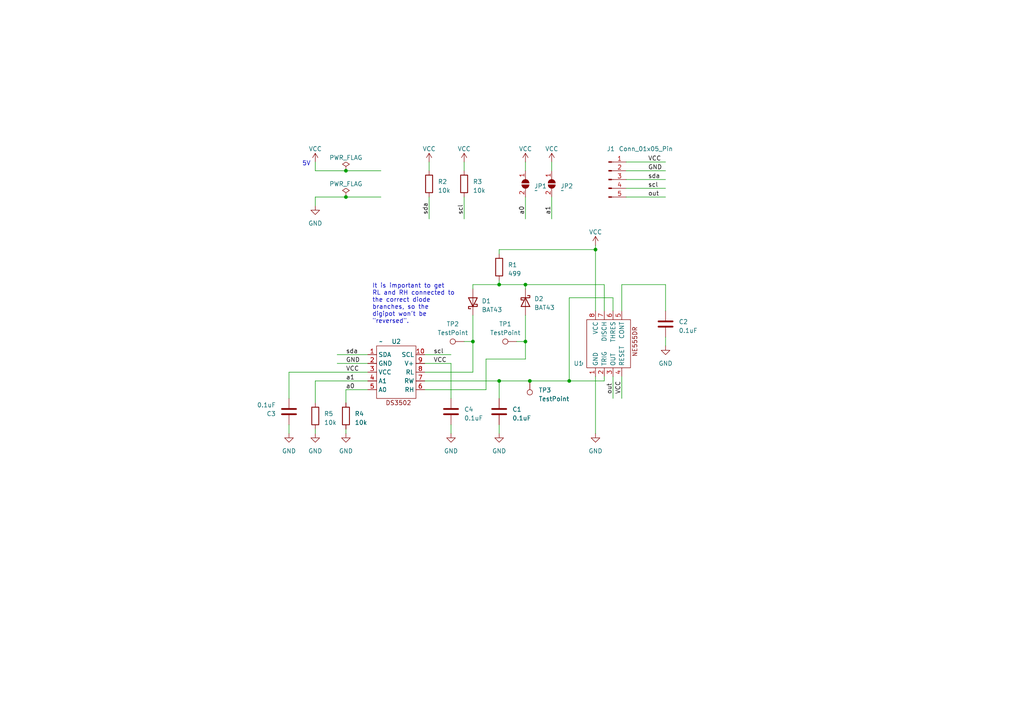
<source format=kicad_sch>
(kicad_sch (version 20230121) (generator eeschema)
  (paper "A4")
  (lib_symbols
    (symbol "Connector:Conn_01x05_Pin" (pin_names (offset 1.016) hide)
      (property "Reference" "J" (at 0 7.62 0))
      (property "Value" "Conn_01x05_Pin" (at 0 -7.62 0))
      (symbol "Conn_01x05_Pin_1_1"
        (polyline (pts (xy 1.27 -5.08) (xy 0.8636 -5.08)) (stroke (width 0.1524)))
        (polyline (pts (xy 1.27 -2.54) (xy 0.8636 -2.54)) (stroke (width 0.1524)))
        (polyline (pts (xy 1.27 0) (xy 0.8636 0)) (stroke (width 0.1524)))
        (polyline (pts (xy 1.27 2.54) (xy 0.8636 2.54)) (stroke (width 0.1524)))
        (polyline (pts (xy 1.27 5.08) (xy 0.8636 5.08)) (stroke (width 0.1524)))
        (rectangle (start 0.8636 -4.953) (end 0 -5.207) (stroke (width 0.1524)) (fill (type outline)))
        (rectangle (start 0.8636 -2.413) (end 0 -2.667) (stroke (width 0.1524)) (fill (type outline)))
        (rectangle (start 0.8636 0.127) (end 0 -0.127) (stroke (width 0.1524)) (fill (type outline)))
        (rectangle (start 0.8636 2.667) (end 0 2.413) (stroke (width 0.1524)) (fill (type outline)))
        (rectangle (start 0.8636 5.207) (end 0 4.953) (stroke (width 0.1524)) (fill (type outline)))
        (pin passive line (at 5.08 5.08 180) (length 3.81) (name "Pin_1") (number "1"))
        (pin passive line (at 5.08 2.54 180) (length 3.81) (name "Pin_2") (number "2"))
        (pin passive line (at 5.08 0 180) (length 3.81) (name "Pin_3") (number "3"))
        (pin passive line (at 5.08 -2.54 180) (length 3.81) (name "Pin_4") (number "4"))
        (pin passive line (at 5.08 -5.08 180) (length 3.81) (name "Pin_5") (number "5"))
      )
    )
    (symbol "Connector:TestPoint" (pin_numbers hide) (pin_names (offset 0.762) hide)
      (property "Reference" "TP" (at 0 6.858 0))
      (property "Value" "TestPoint" (at 0 5.08 0))
      (symbol "TestPoint_0_1"
        (circle (center 0 3.302) (radius 0.762))
      )
      (symbol "TestPoint_1_1"
        (pin passive line (at 0 0 90) (length 2.54) (name "1") (number "1"))
      )
    )
    (symbol "Device:C" (pin_numbers hide) (pin_names (offset 0.254))
      (property "Reference" "C" (at 0.635 2.54 0))
      (property "Value" "C" (at 0.635 -2.54 0))
      (symbol "C_0_1"
        (polyline (pts (xy -2.032 -0.762) (xy 2.032 -0.762)) (stroke (width 0.508)))
        (polyline (pts (xy -2.032 0.762) (xy 2.032 0.762)) (stroke (width 0.508)))
      )
      (symbol "C_1_1"
        (pin passive line (at 0 3.81 270) (length 2.794) (name "~") (number "1"))
        (pin passive line (at 0 -3.81 90) (length 2.794) (name "~") (number "2"))
      )
    )
    (symbol "Device:R" (pin_numbers hide) (pin_names (offset 0))
      (property "Reference" "R" (at 2.032 0 90))
      (property "Value" "R" (at 0 0 90))
      (symbol "R_0_1"
        (rectangle (start -1.016 -2.54) (end 1.016 2.54) (stroke (width 0.254)))
      )
      (symbol "R_1_1"
        (pin passive line (at 0 3.81 270) (length 1.27) (name "~") (number "1"))
        (pin passive line (at 0 -3.81 90) (length 1.27) (name "~") (number "2"))
      )
    )
    (symbol "Diode:BAT43" (pin_numbers hide) (pin_names (offset 1.016) hide)
      (property "Reference" "D" (at 0 2.54 0))
      (property "Value" "BAT43" (at 0 -2.54 0))
      (symbol "BAT43_0_1"
        (polyline (pts (xy 1.27 0) (xy -1.27 0)))
        (polyline (pts (xy 1.27 1.27) (xy 1.27 -1.27) (xy -1.27 0) (xy 1.27 1.27)) (stroke (width 0.254)))
        (polyline (pts (xy -1.905 0.635) (xy -1.905 1.27) (xy -1.27 1.27) (xy -1.27 -1.27) (xy -0.635 -1.27) (xy -0.635 -0.635)) (stroke (width 0.254)))
      )
      (symbol "BAT43_1_1"
        (pin passive line (at -3.81 0 0) (length 2.54) (name "K") (number "1"))
        (pin passive line (at 3.81 0 180) (length 2.54) (name "A") (number "2"))
      )
    )
    (symbol "Jumper:SolderJumper_2_Open" (pin_names (offset 0) hide)
      (property "Reference" "JP" (at 0 2.032 0))
      (property "Value" "SolderJumper_2_Open" (at 0 -2.54 0))
      (symbol "SolderJumper_2_Open_0_1"
        (arc (start -0.254 1.016) (mid -1.2656 0) (end -0.254 -1.016))
        (arc (start -0.254 1.016) (mid -1.2656 0) (end -0.254 -1.016) (fill (type outline)))
        (polyline (pts (xy -0.254 1.016) (xy -0.254 -1.016)))
        (polyline (pts (xy 0.254 1.016) (xy 0.254 -1.016)))
        (arc (start 0.254 -1.016) (mid 1.2656 0) (end 0.254 1.016))
        (arc (start 0.254 -1.016) (mid 1.2656 0) (end 0.254 1.016) (fill (type outline)))
      )
      (symbol "SolderJumper_2_Open_1_1"
        (pin passive line (at -3.81 0 0) (length 2.54) (name "A") (number "1"))
        (pin passive line (at 3.81 0 180) (length 2.54) (name "B") (number "2"))
      )
    )
    (symbol "power:GND" (power) (pin_names (offset 0))
      (property "Value" "GND" (at 0 -3.81 0))
      (symbol "GND_0_1"
        (polyline (pts (xy 0 0) (xy 0 -1.27) (xy 1.27 -1.27) (xy 0 -2.54) (xy -1.27 -1.27) (xy 0 -1.27)))
      )
      (symbol "GND_1_1"
        (pin power_in line (at 0 0 270) (length 0) hide (name "GND") (number "1"))
      )
    )
    (symbol "power:PWR_FLAG" (power) (pin_numbers hide) (pin_names (offset 0) hide)
      (property "Value" "PWR_FLAG" (at 0 3.81 0))
      (symbol "PWR_FLAG_0_0"
        (pin power_out line (at 0 0 90) (length 0) (name "pwr") (number "1"))
      )
      (symbol "PWR_FLAG_0_1"
        (polyline (pts (xy 0 0) (xy 0 1.27) (xy -1.016 1.905) (xy 0 2.54) (xy 1.016 1.905) (xy 0 1.27)))
      )
    )
    (symbol "power:VCC" (power) (pin_names (offset 0))
      (property "Value" "VCC" (at 0 3.81 0))
      (symbol "VCC_0_1"
        (polyline (pts (xy -0.762 1.27) (xy 0 2.54)))
        (polyline (pts (xy 0 0) (xy 0 2.54)))
        (polyline (pts (xy 0 2.54) (xy 0.762 1.27)))
      )
      (symbol "VCC_1_1"
        (pin power_in line (at 0 0 90) (length 0) hide (name "VCC") (number "1"))
      )
    )
    (symbol "project:ds3502"
      (property "Reference" "U" (at 0 0 0))
      (symbol "ds3502_0_1"
        (rectangle (start -1.27 -1.27) (end 10.16 -16.51))
      )
      (symbol "ds3502_1_1"
        (text "DS3502" (at 5.08 -17.78 0) (effects (font (size 1.27 1.27))))
        (pin bidirectional line (at -3.81 -3.81 0) (length 2.54) (name "SDA") (number "1"))
        (pin input line (at 12.7 -3.81 180) (length 2.54) (name "SCL") (number "10"))
        (pin power_in line (at -3.81 -6.35 0) (length 2.54) (name "GND") (number "2"))
        (pin power_in line (at -3.81 -8.89 0) (length 2.54) (name "VCC") (number "3"))
        (pin input line (at -3.81 -11.43 0) (length 2.54) (name "A1") (number "4"))
        (pin input line (at -3.81 -13.97 0) (length 2.54) (name "A0") (number "5"))
        (pin output line (at 12.7 -13.97 180) (length 2.54) (name "RH") (number "6"))
        (pin output line (at 12.7 -11.43 180) (length 2.54) (name "RW") (number "7"))
        (pin output line (at 12.7 -8.89 180) (length 2.54) (name "RL") (number "8"))
        (pin input line (at 12.7 -6.35 180) (length 2.54) (name "V+") (number "9"))
      )
    )
    (symbol "project:ne555dr"
      (property "Reference" "U" (at 0 0 0))
      (symbol "ne555dr_0_1"
        (rectangle (start -1.27 -1.27) (end 12.7 -13.97))
      )
      (symbol "ne555dr_1_1"
        (text "NE555DR\n" (at 6.35 -15.24 0) (effects (font (size 1.27 1.27))))
        (pin power_in line (at -3.81 -3.81 0) (length 2.54) (name "GND") (number "1"))
        (pin input line (at -3.81 -6.35 0) (length 2.54) (name "TRIG") (number "2"))
        (pin output line (at -3.81 -8.89 0) (length 2.54) (name "OUT") (number "3"))
        (pin input line (at -3.81 -11.43 0) (length 2.54) (name "RESET") (number "4"))
        (pin bidirectional line (at 15.24 -11.43 180) (length 2.54) (name "CONT") (number "5"))
        (pin input line (at 15.24 -8.89 180) (length 2.54) (name "THRES") (number "6"))
        (pin output line (at 15.24 -6.35 180) (length 2.54) (name "DISCH") (number "7"))
        (pin power_in line (at 15.24 -3.81 180) (length 2.54) (name "VCC") (number "8"))
      )
    )
  )
  (junction (at 152.4 82.55))
  (junction (at 153.67 110.49))
  (junction (at 152.4 99.06))
  (junction (at 137.16 99.06))
  (junction (at 172.72 72.39))
  (junction (at 144.78 82.55))
  (junction (at 100.33 57.15))
  (junction (at 144.78 110.49))
  (junction (at 165.1 110.49))
  (junction (at 100.33 49.53))
  (wire (pts (xy 177.8 109.22) (xy 177.8 115.57)))
  (wire (pts (xy 193.04 82.55) (xy 193.04 90.17)))
  (wire (pts (xy 100.33 49.53) (xy 110.49 49.53)))
  (wire (pts (xy 123.19 113.03) (xy 140.97 113.03)))
  (wire (pts (xy 134.62 57.15) (xy 134.62 63.5)))
  (wire (pts (xy 177.8 90.17) (xy 177.8 86.36)))
  (wire (pts (xy 152.4 82.55) (xy 144.78 82.55)))
  (wire (pts (xy 152.4 57.15) (xy 152.4 63.5)))
  (wire (pts (xy 181.61 49.53) (xy 193.04 49.53)))
  (wire (pts (xy 165.1 86.36) (xy 165.1 110.49)))
  (wire (pts (xy 144.78 123.19) (xy 144.78 125.73)))
  (wire (pts (xy 144.78 82.55) (xy 137.16 82.55)))
  (wire (pts (xy 152.4 83.82) (xy 152.4 82.55)))
  (wire (pts (xy 123.19 105.41) (xy 130.81 105.41)))
  (wire (pts (xy 193.04 97.79) (xy 193.04 100.33)))
  (wire (pts (xy 100.33 113.03) (xy 100.33 116.84)))
  (wire (pts (xy 130.81 123.19) (xy 130.81 125.73)))
  (wire (pts (xy 137.16 99.06) (xy 137.16 107.95)))
  (wire (pts (xy 91.44 110.49) (xy 91.44 116.84)))
  (wire (pts (xy 160.02 57.15) (xy 160.02 63.5)))
  (wire (pts (xy 83.82 107.95) (xy 106.68 107.95)))
  (wire (pts (xy 152.4 99.06) (xy 152.4 104.14)))
  (wire (pts (xy 180.34 109.22) (xy 180.34 115.57)))
  (wire (pts (xy 165.1 110.49) (xy 153.67 110.49)))
  (wire (pts (xy 181.61 54.61) (xy 193.04 54.61)))
  (wire (pts (xy 123.19 107.95) (xy 137.16 107.95)))
  (wire (pts (xy 180.34 82.55) (xy 193.04 82.55)))
  (wire (pts (xy 181.61 57.15) (xy 193.04 57.15)))
  (wire (pts (xy 91.44 59.69) (xy 91.44 57.15)))
  (wire (pts (xy 144.78 81.28) (xy 144.78 82.55)))
  (wire (pts (xy 134.62 46.99) (xy 134.62 49.53)))
  (wire (pts (xy 177.8 86.36) (xy 165.1 86.36)))
  (wire (pts (xy 175.26 82.55) (xy 152.4 82.55)))
  (wire (pts (xy 153.67 110.49) (xy 144.78 110.49)))
  (wire (pts (xy 97.79 105.41) (xy 106.68 105.41)))
  (wire (pts (xy 160.02 46.99) (xy 160.02 49.53)))
  (wire (pts (xy 175.26 90.17) (xy 175.26 82.55)))
  (wire (pts (xy 137.16 91.44) (xy 137.16 99.06)))
  (wire (pts (xy 140.97 104.14) (xy 152.4 104.14)))
  (wire (pts (xy 123.19 102.87) (xy 130.81 102.87)))
  (wire (pts (xy 100.33 57.15) (xy 110.49 57.15)))
  (wire (pts (xy 97.79 102.87) (xy 106.68 102.87)))
  (wire (pts (xy 181.61 46.99) (xy 193.04 46.99)))
  (wire (pts (xy 144.78 110.49) (xy 144.78 115.57)))
  (wire (pts (xy 91.44 124.46) (xy 91.44 125.73)))
  (wire (pts (xy 140.97 113.03) (xy 140.97 104.14)))
  (wire (pts (xy 130.81 105.41) (xy 130.81 115.57)))
  (wire (pts (xy 91.44 57.15) (xy 100.33 57.15)))
  (wire (pts (xy 91.44 46.99) (xy 91.44 49.53)))
  (wire (pts (xy 137.16 82.55) (xy 137.16 83.82)))
  (wire (pts (xy 165.1 110.49) (xy 175.26 110.49)))
  (wire (pts (xy 123.19 110.49) (xy 144.78 110.49)))
  (wire (pts (xy 124.46 57.15) (xy 124.46 63.5)))
  (wire (pts (xy 124.46 46.99) (xy 124.46 49.53)))
  (wire (pts (xy 152.4 91.44) (xy 152.4 99.06)))
  (wire (pts (xy 83.82 107.95) (xy 83.82 115.57)))
  (wire (pts (xy 172.72 109.22) (xy 172.72 125.73)))
  (wire (pts (xy 100.33 124.46) (xy 100.33 125.73)))
  (wire (pts (xy 106.68 110.49) (xy 91.44 110.49)))
  (wire (pts (xy 181.61 52.07) (xy 193.04 52.07)))
  (wire (pts (xy 91.44 49.53) (xy 100.33 49.53)))
  (wire (pts (xy 149.86 99.06) (xy 152.4 99.06)))
  (wire (pts (xy 180.34 90.17) (xy 180.34 82.55)))
  (wire (pts (xy 83.82 123.19) (xy 83.82 125.73)))
  (wire (pts (xy 152.4 46.99) (xy 152.4 49.53)))
  (wire (pts (xy 134.62 99.06) (xy 137.16 99.06)))
  (wire (pts (xy 100.33 113.03) (xy 106.68 113.03)))
  (wire (pts (xy 175.26 109.22) (xy 175.26 110.49)))
  (wire (pts (xy 144.78 72.39) (xy 144.78 73.66)))
  (wire (pts (xy 144.78 72.39) (xy 172.72 72.39)))
  (wire (pts (xy 172.72 71.12) (xy 172.72 72.39)))
  (wire (pts (xy 172.72 72.39) (xy 172.72 90.17)))
  (text "It is important to get\nRL and RH connected to\nthe correct diode\nbranches, so the\ndigipot won't be\n\"reversed\"." (at 107.95 93.98 0) (effects (font (size 1.27 1.27)) (justify left bottom)))
  (text "5V" (at 87.63 48.26 0) (effects (font (size 1.27 1.27)) (justify left bottom)))
  (label "sda" (at 187.96 52.07 0))
  (label "VCC" (at 187.96 46.99 0))
  (label "GND" (at 100.33 105.41 0))
  (label "scl" (at 187.96 54.61 0))
  (label "a1" (at 160.02 62.23 90))
  (label "out" (at 177.8 114.3 90))
  (label "sda" (at 100.33 102.87 0))
  (label "VCC" (at 180.34 114.3 90))
  (label "scl" (at 134.62 62.23 90))
  (label "a0" (at 100.33 113.03 0))
  (label "GND" (at 187.96 49.53 0))
  (label "a0" (at 152.4 62.23 90))
  (label "out" (at 187.96 57.15 0))
  (label "scl" (at 125.73 102.87 0))
  (label "a1" (at 100.33 110.49 0))
  (label "sda" (at 124.46 62.23 90))
  (label "VCC" (at 125.73 105.41 0))
  (label "VCC" (at 100.33 107.95 0))
  (symbol (lib_id "power:GND") (at 144.78 125.73 0) (unit 1)
    (property "Reference" "#PWR02" (effects hide))
    (property "Value" "GND" (at 144.78 130.81 0))
  )
  (symbol (lib_id "Connector:TestPoint") (at 153.67 110.49 180) (unit 1)
    (property "Reference" "TP3" (at 156.21 113.157 0) (effects (justify right)))
    (property "Value" "TestPoint" (at 156.21 115.697 0) (effects (justify right)))
    (property "Footprint" "TestPoint:TestPoint_THTPad_D2.0mm_Drill1.0mm" (effects hide))
  )
  (symbol (lib_id "power:GND") (at 100.33 125.73 0) (unit 1)
    (property "Reference" "#PWR010" (effects hide))
    (property "Value" "GND" (at 100.33 130.81 0))
  )
  (symbol (lib_id "power:GND") (at 83.82 125.73 0) (unit 1)
    (property "Reference" "#PWR07" (effects hide))
    (property "Value" "GND" (at 83.82 130.81 0))
  )
  (symbol (lib_id "Diode:BAT43") (at 152.4 87.63 270) (unit 1)
    (property "Reference" "D2" (at 154.94 86.6775 90) (effects (justify left)))
    (property "Value" "BAT43" (at 154.94 89.2175 90) (effects (justify left)))
    (property "Footprint" "Diode_SMD:D_SOD-123" (effects hide))
    (property "Datasheet" "http://www.vishay.com/docs/85660/bat42.pdf" (effects hide))
  )
  (symbol (lib_id "power:VCC") (at 124.46 46.99 0) (unit 1)
    (property "Reference" "#PWR08" (effects hide))
    (property "Value" "VCC" (at 124.46 43.18 0))
  )
  (symbol (lib_id "power:GND") (at 91.44 59.69 0) (unit 1)
    (property "Reference" "#PWR06" (effects hide))
    (property "Value" "GND" (at 91.44 64.77 0))
  )
  (symbol (lib_id "Device:C") (at 144.78 119.38 0) (unit 1)
    (property "Reference" "C1" (at 148.59 118.745 0) (effects (justify left)))
    (property "Value" "0.1uF" (at 148.59 121.285 0) (effects (justify left)))
    (property "Footprint" "Capacitor_SMD:C_0805_2012Metric" (effects hide))
  )
  (symbol (lib_id "Connector:Conn_01x05_Pin") (at 176.53 52.07 0) (unit 1)
    (property "Reference" "J1" (at 177.165 43.18 0))
    (property "Value" "Conn_01x05_Pin" (at 187.325 43.18 0))
    (property "Footprint" "Connector_PinHeader_2.54mm:PinHeader_1x05_P2.54mm_Vertical" (effects hide))
  )
  (symbol (lib_id "Jumper:SolderJumper_2_Open") (at 160.02 53.34 270) (unit 1)
    (property "Reference" "JP2" (at 162.56 53.975 90) (effects (justify left)))
    (property "Value" "~" (at 162.56 55.245 90) (effects (justify left)))
    (property "Footprint" "Jumper:SolderJumper-2_P1.3mm_Open_TrianglePad1.0x1.5mm" (effects hide))
  )
  (symbol (lib_id "Device:R") (at 124.46 53.34 0) (unit 1)
    (property "Reference" "R2" (at 127 52.705 0) (effects (justify left)))
    (property "Value" "10k" (at 127 55.245 0) (effects (justify left)))
    (property "Footprint" "Resistor_SMD:R_0805_2012Metric" (effects hide))
  )
  (symbol (lib_id "Device:R") (at 100.33 120.65 0) (unit 1)
    (property "Reference" "R4" (at 102.87 120.015 0) (effects (justify left)))
    (property "Value" "10k" (at 102.87 122.555 0) (effects (justify left)))
    (property "Footprint" "Resistor_SMD:R_0805_2012Metric" (effects hide))
  )
  (symbol (lib_id "project:ds3502") (at 110.49 99.06 0) (unit 1)
    (property "Reference" "U2" (at 114.935 99.06 0))
    (property "Value" "~" (at 110.49 99.06 0))
    (property "Footprint" "Package_SO:MSOP-10_3x3mm_P0.5mm" (effects hide))
  )
  (symbol (lib_id "Connector:TestPoint") (at 149.86 99.06 90) (unit 1)
    (property "Reference" "TP1" (at 146.558 93.98 90))
    (property "Value" "TestPoint" (at 146.558 96.52 90))
    (property "Footprint" "TestPoint:TestPoint_THTPad_D2.0mm_Drill1.0mm" (effects hide))
  )
  (symbol (lib_id "power:GND") (at 91.44 125.73 0) (unit 1)
    (property "Reference" "#PWR011" (effects hide))
    (property "Value" "GND" (at 91.44 130.81 0))
  )
  (symbol (lib_id "Device:R") (at 144.78 77.47 0) (unit 1)
    (property "Reference" "R1" (at 147.32 76.835 0) (effects (justify left)))
    (property "Value" "499" (at 147.32 79.375 0) (effects (justify left)))
    (property "Footprint" "Resistor_SMD:R_0805_2012Metric" (effects hide))
  )
  (symbol (lib_id "Device:C") (at 193.04 93.98 0) (unit 1)
    (property "Reference" "C2" (at 196.85 93.345 0) (effects (justify left)))
    (property "Value" "0.1uF" (at 196.85 95.885 0) (effects (justify left)))
    (property "Footprint" "Capacitor_SMD:C_0805_2012Metric" (effects hide))
  )
  (symbol (lib_id "Diode:BAT43") (at 137.16 87.63 90) (unit 1)
    (property "Reference" "D1" (at 139.7 87.3125 90) (effects (justify right)))
    (property "Value" "BAT43" (at 139.7 89.8525 90) (effects (justify right)))
    (property "Footprint" "Diode_SMD:D_SOD-123" (effects hide))
    (property "Datasheet" "http://www.vishay.com/docs/85660/bat42.pdf" (effects hide))
  )
  (symbol (lib_id "power:PWR_FLAG") (at 100.33 57.15 0) (unit 1)
    (property "Reference" "#FLG02" (effects hide))
    (property "Value" "PWR_FLAG" (at 100.33 53.34 0))
  )
  (symbol (lib_id "power:VCC") (at 172.72 71.12 0) (unit 1)
    (property "Reference" "#PWR01" (effects hide))
    (property "Value" "VCC" (at 172.72 67.31 0))
  )
  (symbol (lib_id "power:GND") (at 193.04 100.33 0) (unit 1)
    (property "Reference" "#PWR03" (effects hide))
    (property "Value" "GND" (at 193.04 105.41 0))
  )
  (symbol (lib_id "power:VCC") (at 134.62 46.99 0) (unit 1)
    (property "Reference" "#PWR09" (effects hide))
    (property "Value" "VCC" (at 134.62 43.18 0))
  )
  (symbol (lib_id "Device:C") (at 130.81 119.38 0) (unit 1)
    (property "Reference" "C4" (at 134.62 118.745 0) (effects (justify left)))
    (property "Value" "0.1uF" (at 134.62 121.285 0) (effects (justify left)))
    (property "Footprint" "Capacitor_SMD:C_0805_2012Metric" (effects hide))
  )
  (symbol (lib_id "Device:R") (at 134.62 53.34 0) (unit 1)
    (property "Reference" "R3" (at 137.16 52.705 0) (effects (justify left)))
    (property "Value" "10k" (at 137.16 55.245 0) (effects (justify left)))
    (property "Footprint" "Resistor_SMD:R_0805_2012Metric" (effects hide))
  )
  (symbol (lib_id "Device:C") (at 83.82 119.38 180) (unit 1)
    (property "Reference" "C3" (at 80.01 120.015 0) (effects (justify left)))
    (property "Value" "0.1uF" (at 80.01 117.475 0) (effects (justify left)))
    (property "Footprint" "Capacitor_SMD:C_0805_2012Metric" (effects hide))
  )
  (symbol (lib_id "power:VCC") (at 152.4 46.99 0) (unit 1)
    (property "Reference" "#PWR012" (effects hide))
    (property "Value" "VCC" (at 152.4 43.18 0))
  )
  (symbol (lib_id "power:PWR_FLAG") (at 100.33 49.53 0) (unit 1)
    (property "Reference" "#FLG01" (effects hide))
    (property "Value" "PWR_FLAG" (at 100.33 45.72 0))
  )
  (symbol (lib_id "power:VCC") (at 91.44 46.99 0) (unit 1)
    (property "Reference" "#PWR05" (effects hide))
    (property "Value" "VCC" (at 91.44 43.18 0))
  )
  (symbol (lib_id "power:VCC") (at 160.02 46.99 0) (unit 1)
    (property "Reference" "#PWR013" (effects hide))
    (property "Value" "VCC" (at 160.02 43.18 0))
  )
  (symbol (lib_id "Device:R") (at 91.44 120.65 0) (unit 1)
    (property "Reference" "R5" (at 93.98 120.015 0) (effects (justify left)))
    (property "Value" "10k" (at 93.98 122.555 0) (effects (justify left)))
    (property "Footprint" "Resistor_SMD:R_0805_2012Metric" (effects hide))
  )
  (symbol (lib_id "project:ne555dr") (at 168.91 105.41 90) (unit 1)
    (property "Reference" "U1" (at 166.37 105.41 90) (effects (justify right)))
    (property "Value" "~" (at 168.91 105.41 0))
    (property "Footprint" "project:SOIC-8_3.9x4.9mm_P1.27mm" (effects hide))
  )
  (symbol (lib_id "power:GND") (at 172.72 125.73 0) (unit 1)
    (property "Reference" "#PWR04" (effects hide))
    (property "Value" "GND" (at 172.72 130.81 0))
  )
  (symbol (lib_id "Connector:TestPoint") (at 134.62 99.06 90) (unit 1)
    (property "Reference" "TP2" (at 131.318 93.98 90))
    (property "Value" "TestPoint" (at 131.318 96.52 90))
    (property "Footprint" "TestPoint:TestPoint_THTPad_D2.0mm_Drill1.0mm" (effects hide))
  )
  (symbol (lib_id "Jumper:SolderJumper_2_Open") (at 152.4 53.34 270) (unit 1)
    (property "Reference" "JP1" (at 154.94 53.975 90) (effects (justify left)))
    (property "Value" "~" (at 154.94 55.245 90) (effects (justify left)))
    (property "Footprint" "Jumper:SolderJumper-2_P1.3mm_Open_TrianglePad1.0x1.5mm" (effects hide))
  )
  (symbol (lib_id "power:GND") (at 130.81 125.73 0) (unit 1)
    (property "Reference" "#PWR014" (effects hide))
    (property "Value" "GND" (at 130.81 130.81 0))
  )
)
</source>
